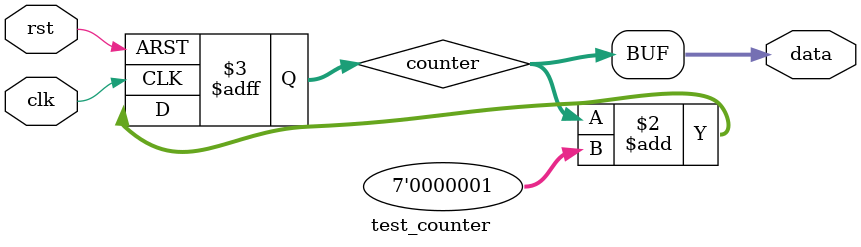
<source format=v>
`timescale 1ns / 1ps


module test_counter(
    input clk,
    input rst,
    output [6:0] data
    );
    
reg [6:0] counter;
    
    assign data= counter;
    
    
    always @ (posedge clk or posedge rst) begin
        if (rst) begin
            counter <= {7{1'b1}};        
        end else begin
            counter <= counter + 7'd1;        
        end
    end
       
endmodule

</source>
